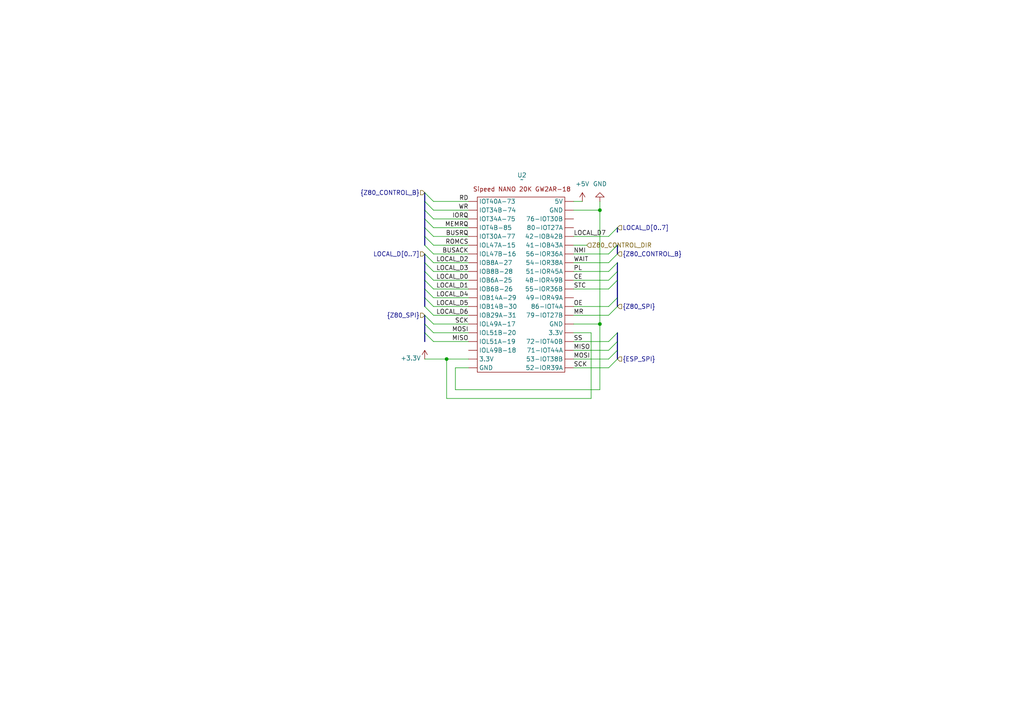
<source format=kicad_sch>
(kicad_sch
	(version 20231120)
	(generator "eeschema")
	(generator_version "8.0")
	(uuid "e2d30520-9e5a-4581-8b12-19287a1f16cf")
	(paper "A4")
	(lib_symbols
		(symbol "FujiNet 4.0:Sipeed_Nano_20K"
			(pin_numbers hide)
			(exclude_from_sim no)
			(in_bom yes)
			(on_board yes)
			(property "Reference" "U"
				(at 0 0 0)
				(effects
					(font
						(size 1.27 1.27)
					)
				)
			)
			(property "Value" ""
				(at 0 0 0)
				(effects
					(font
						(size 1.27 1.27)
					)
				)
			)
			(property "Footprint" "FujiNet 4.0:Sipeed Tang Nano 20k"
				(at 0 0 0)
				(effects
					(font
						(size 1.27 1.27)
					)
				)
			)
			(property "Datasheet" ""
				(at 0 0 0)
				(effects
					(font
						(size 1.27 1.27)
					)
					(hide yes)
				)
			)
			(property "Description" ""
				(at 0 0 0)
				(effects
					(font
						(size 1.27 1.27)
					)
					(hide yes)
				)
			)
			(symbol "Sipeed_Nano_20K_0_1"
				(rectangle
					(start -12.7 25.4)
					(end 12.7 -25.4)
					(stroke
						(width 0)
						(type default)
					)
					(fill
						(type none)
					)
				)
			)
			(symbol "Sipeed_Nano_20K_1_1"
				(text "Sipeed NANO 20K GW2AR-18"
					(at 0.254 27.686 0)
					(effects
						(font
							(size 1.27 1.27)
						)
					)
				)
				(pin power_in line
					(at 15.24 24.13 180)
					(length 2.54)
					(name "5V"
						(effects
							(font
								(size 1.27 1.27)
							)
						)
					)
					(number "1"
						(effects
							(font
								(size 1.27 1.27)
							)
						)
					)
				)
				(pin bidirectional line
					(at 15.24 1.27 180)
					(length 2.54)
					(name "48-IOR49B"
						(effects
							(font
								(size 1.27 1.27)
							)
						)
					)
					(number "10"
						(effects
							(font
								(size 1.27 1.27)
							)
						)
					)
				)
				(pin bidirectional line
					(at 15.24 -1.27 180)
					(length 2.54)
					(name "55-IOR36B"
						(effects
							(font
								(size 1.27 1.27)
							)
						)
					)
					(number "11"
						(effects
							(font
								(size 1.27 1.27)
							)
						)
					)
				)
				(pin bidirectional line
					(at 15.24 -3.81 180)
					(length 2.54)
					(name "49-IOR49A"
						(effects
							(font
								(size 1.27 1.27)
							)
						)
					)
					(number "12"
						(effects
							(font
								(size 1.27 1.27)
							)
						)
					)
				)
				(pin bidirectional line
					(at 15.24 -6.35 180)
					(length 2.54)
					(name "86-IOT4A"
						(effects
							(font
								(size 1.27 1.27)
							)
						)
					)
					(number "13"
						(effects
							(font
								(size 1.27 1.27)
							)
						)
					)
				)
				(pin bidirectional line
					(at 15.24 -8.89 180)
					(length 2.54)
					(name "79-IOT27B"
						(effects
							(font
								(size 1.27 1.27)
							)
						)
					)
					(number "14"
						(effects
							(font
								(size 1.27 1.27)
							)
						)
					)
				)
				(pin power_in line
					(at 15.24 -11.43 180)
					(length 2.54)
					(name "GND"
						(effects
							(font
								(size 1.27 1.27)
							)
						)
					)
					(number "15"
						(effects
							(font
								(size 1.27 1.27)
							)
						)
					)
				)
				(pin power_in line
					(at 15.24 -13.97 180)
					(length 2.54)
					(name "3.3V"
						(effects
							(font
								(size 1.27 1.27)
							)
						)
					)
					(number "16"
						(effects
							(font
								(size 1.27 1.27)
							)
						)
					)
				)
				(pin bidirectional line
					(at 15.24 -16.51 180)
					(length 2.54)
					(name "72-IOT40B"
						(effects
							(font
								(size 1.27 1.27)
							)
						)
					)
					(number "17"
						(effects
							(font
								(size 1.27 1.27)
							)
						)
					)
				)
				(pin bidirectional line
					(at 15.24 -19.05 180)
					(length 2.54)
					(name "71-IOT44A"
						(effects
							(font
								(size 1.27 1.27)
							)
						)
					)
					(number "18"
						(effects
							(font
								(size 1.27 1.27)
							)
						)
					)
				)
				(pin bidirectional line
					(at 15.24 -21.59 180)
					(length 2.54)
					(name "53-IOT38B"
						(effects
							(font
								(size 1.27 1.27)
							)
						)
					)
					(number "19"
						(effects
							(font
								(size 1.27 1.27)
							)
						)
					)
				)
				(pin power_in line
					(at 15.24 21.59 180)
					(length 2.54)
					(name "GND"
						(effects
							(font
								(size 1.27 1.27)
							)
						)
					)
					(number "2"
						(effects
							(font
								(size 1.27 1.27)
							)
						)
					)
				)
				(pin bidirectional line
					(at 15.24 -24.13 180)
					(length 2.54)
					(name "52-IOR39A"
						(effects
							(font
								(size 1.27 1.27)
							)
						)
					)
					(number "20"
						(effects
							(font
								(size 1.27 1.27)
							)
						)
					)
				)
				(pin power_in line
					(at -15.24 -24.13 0)
					(length 2.54)
					(name "GND"
						(effects
							(font
								(size 1.27 1.27)
							)
						)
					)
					(number "21"
						(effects
							(font
								(size 1.27 1.27)
							)
						)
					)
				)
				(pin power_in line
					(at -15.24 -21.59 0)
					(length 2.54)
					(name "3.3V"
						(effects
							(font
								(size 1.27 1.27)
							)
						)
					)
					(number "22"
						(effects
							(font
								(size 1.27 1.27)
							)
						)
					)
				)
				(pin bidirectional line
					(at -15.24 -19.05 0)
					(length 2.54)
					(name "IOL49B-18"
						(effects
							(font
								(size 1.27 1.27)
							)
						)
					)
					(number "23"
						(effects
							(font
								(size 1.27 1.27)
							)
						)
					)
				)
				(pin bidirectional line
					(at -15.24 -16.51 0)
					(length 2.54)
					(name "IOL51A-19"
						(effects
							(font
								(size 1.27 1.27)
							)
						)
					)
					(number "24"
						(effects
							(font
								(size 1.27 1.27)
							)
						)
					)
				)
				(pin bidirectional line
					(at -15.24 -13.97 0)
					(length 2.54)
					(name "IOL51B-20"
						(effects
							(font
								(size 1.27 1.27)
							)
						)
					)
					(number "25"
						(effects
							(font
								(size 1.27 1.27)
							)
						)
					)
				)
				(pin bidirectional line
					(at -15.24 -11.43 0)
					(length 2.54)
					(name "IOL49A-17"
						(effects
							(font
								(size 1.27 1.27)
							)
						)
					)
					(number "26"
						(effects
							(font
								(size 1.27 1.27)
							)
						)
					)
				)
				(pin bidirectional line
					(at -15.24 -8.89 0)
					(length 2.54)
					(name "IOB29A-31"
						(effects
							(font
								(size 1.27 1.27)
							)
						)
					)
					(number "27"
						(effects
							(font
								(size 1.27 1.27)
							)
						)
					)
				)
				(pin bidirectional line
					(at -15.24 -6.35 0)
					(length 2.54)
					(name "IOB14B-30"
						(effects
							(font
								(size 1.27 1.27)
							)
						)
					)
					(number "28"
						(effects
							(font
								(size 1.27 1.27)
							)
						)
					)
				)
				(pin bidirectional line
					(at -15.24 -3.81 0)
					(length 2.54)
					(name "IOB14A-29"
						(effects
							(font
								(size 1.27 1.27)
							)
						)
					)
					(number "29"
						(effects
							(font
								(size 1.27 1.27)
							)
						)
					)
				)
				(pin bidirectional line
					(at 15.24 19.05 180)
					(length 2.54)
					(name "76-IOT30B"
						(effects
							(font
								(size 1.27 1.27)
							)
						)
					)
					(number "3"
						(effects
							(font
								(size 1.27 1.27)
							)
						)
					)
				)
				(pin bidirectional line
					(at -15.24 -1.27 0)
					(length 2.54)
					(name "IOB6B-26"
						(effects
							(font
								(size 1.27 1.27)
							)
						)
					)
					(number "30"
						(effects
							(font
								(size 1.27 1.27)
							)
						)
					)
				)
				(pin bidirectional line
					(at -15.24 1.27 0)
					(length 2.54)
					(name "IOB6A-25"
						(effects
							(font
								(size 1.27 1.27)
							)
						)
					)
					(number "31"
						(effects
							(font
								(size 1.27 1.27)
							)
						)
					)
				)
				(pin bidirectional line
					(at -15.24 3.81 0)
					(length 2.54)
					(name "IOB8B-28"
						(effects
							(font
								(size 1.27 1.27)
							)
						)
					)
					(number "32"
						(effects
							(font
								(size 1.27 1.27)
							)
						)
					)
				)
				(pin bidirectional line
					(at -15.24 6.35 0)
					(length 2.54)
					(name "IOB8A-27"
						(effects
							(font
								(size 1.27 1.27)
							)
						)
					)
					(number "33"
						(effects
							(font
								(size 1.27 1.27)
							)
						)
					)
				)
				(pin bidirectional line
					(at -15.24 8.89 0)
					(length 2.54)
					(name "IOL47B-16"
						(effects
							(font
								(size 1.27 1.27)
							)
						)
					)
					(number "34"
						(effects
							(font
								(size 1.27 1.27)
							)
						)
					)
				)
				(pin bidirectional line
					(at -15.24 11.43 0)
					(length 2.54)
					(name "IOL47A-15"
						(effects
							(font
								(size 1.27 1.27)
							)
						)
					)
					(number "35"
						(effects
							(font
								(size 1.27 1.27)
							)
						)
					)
				)
				(pin bidirectional line
					(at -15.24 13.97 0)
					(length 2.54)
					(name "IOT30A-77"
						(effects
							(font
								(size 1.27 1.27)
							)
						)
					)
					(number "36"
						(effects
							(font
								(size 1.27 1.27)
							)
						)
					)
				)
				(pin bidirectional line
					(at -15.24 16.51 0)
					(length 2.54)
					(name "IOT4B-85"
						(effects
							(font
								(size 1.27 1.27)
							)
						)
					)
					(number "37"
						(effects
							(font
								(size 1.27 1.27)
							)
						)
					)
				)
				(pin bidirectional line
					(at -15.24 19.05 0)
					(length 2.54)
					(name "IOT34A-75"
						(effects
							(font
								(size 1.27 1.27)
							)
						)
					)
					(number "38"
						(effects
							(font
								(size 1.27 1.27)
							)
						)
					)
				)
				(pin bidirectional line
					(at -15.24 21.59 0)
					(length 2.54)
					(name "IOT34B-74"
						(effects
							(font
								(size 1.27 1.27)
							)
						)
					)
					(number "39"
						(effects
							(font
								(size 1.27 1.27)
							)
						)
					)
				)
				(pin bidirectional line
					(at 15.24 16.51 180)
					(length 2.54)
					(name "80-IOT27A"
						(effects
							(font
								(size 1.27 1.27)
							)
						)
					)
					(number "4"
						(effects
							(font
								(size 1.27 1.27)
							)
						)
					)
				)
				(pin bidirectional line
					(at -15.24 24.13 0)
					(length 2.54)
					(name "IOT40A-73"
						(effects
							(font
								(size 1.27 1.27)
							)
						)
					)
					(number "40"
						(effects
							(font
								(size 1.27 1.27)
							)
						)
					)
				)
				(pin bidirectional line
					(at 15.24 13.97 180)
					(length 2.54)
					(name "42-IOB42B"
						(effects
							(font
								(size 1.27 1.27)
							)
						)
					)
					(number "5"
						(effects
							(font
								(size 1.27 1.27)
							)
						)
					)
				)
				(pin bidirectional line
					(at 15.24 11.43 180)
					(length 2.54)
					(name "41-IOB43A"
						(effects
							(font
								(size 1.27 1.27)
							)
						)
					)
					(number "6"
						(effects
							(font
								(size 1.27 1.27)
							)
						)
					)
				)
				(pin bidirectional line
					(at 15.24 8.89 180)
					(length 2.54)
					(name "56-IOR36A"
						(effects
							(font
								(size 1.27 1.27)
							)
						)
					)
					(number "7"
						(effects
							(font
								(size 1.27 1.27)
							)
						)
					)
				)
				(pin bidirectional line
					(at 15.24 6.35 180)
					(length 2.54)
					(name "54-IOR38A"
						(effects
							(font
								(size 1.27 1.27)
							)
						)
					)
					(number "8"
						(effects
							(font
								(size 1.27 1.27)
							)
						)
					)
				)
				(pin bidirectional line
					(at 15.24 3.81 180)
					(length 2.54)
					(name "51-IOR45A"
						(effects
							(font
								(size 1.27 1.27)
							)
						)
					)
					(number "9"
						(effects
							(font
								(size 1.27 1.27)
							)
						)
					)
				)
			)
		)
		(symbol "power:+3.3V"
			(power)
			(pin_numbers hide)
			(pin_names
				(offset 0) hide)
			(exclude_from_sim no)
			(in_bom yes)
			(on_board yes)
			(property "Reference" "#PWR"
				(at 0 -3.81 0)
				(effects
					(font
						(size 1.27 1.27)
					)
					(hide yes)
				)
			)
			(property "Value" "+3.3V"
				(at 0 3.556 0)
				(effects
					(font
						(size 1.27 1.27)
					)
				)
			)
			(property "Footprint" ""
				(at 0 0 0)
				(effects
					(font
						(size 1.27 1.27)
					)
					(hide yes)
				)
			)
			(property "Datasheet" ""
				(at 0 0 0)
				(effects
					(font
						(size 1.27 1.27)
					)
					(hide yes)
				)
			)
			(property "Description" "Power symbol creates a global label with name \"+3.3V\""
				(at 0 0 0)
				(effects
					(font
						(size 1.27 1.27)
					)
					(hide yes)
				)
			)
			(property "ki_keywords" "global power"
				(at 0 0 0)
				(effects
					(font
						(size 1.27 1.27)
					)
					(hide yes)
				)
			)
			(symbol "+3.3V_0_1"
				(polyline
					(pts
						(xy -0.762 1.27) (xy 0 2.54)
					)
					(stroke
						(width 0)
						(type default)
					)
					(fill
						(type none)
					)
				)
				(polyline
					(pts
						(xy 0 0) (xy 0 2.54)
					)
					(stroke
						(width 0)
						(type default)
					)
					(fill
						(type none)
					)
				)
				(polyline
					(pts
						(xy 0 2.54) (xy 0.762 1.27)
					)
					(stroke
						(width 0)
						(type default)
					)
					(fill
						(type none)
					)
				)
			)
			(symbol "+3.3V_1_1"
				(pin power_in line
					(at 0 0 90)
					(length 0)
					(name "~"
						(effects
							(font
								(size 1.27 1.27)
							)
						)
					)
					(number "1"
						(effects
							(font
								(size 1.27 1.27)
							)
						)
					)
				)
			)
		)
		(symbol "power:+5V"
			(power)
			(pin_numbers hide)
			(pin_names
				(offset 0) hide)
			(exclude_from_sim no)
			(in_bom yes)
			(on_board yes)
			(property "Reference" "#PWR"
				(at 0 -3.81 0)
				(effects
					(font
						(size 1.27 1.27)
					)
					(hide yes)
				)
			)
			(property "Value" "+5V"
				(at 0 3.556 0)
				(effects
					(font
						(size 1.27 1.27)
					)
				)
			)
			(property "Footprint" ""
				(at 0 0 0)
				(effects
					(font
						(size 1.27 1.27)
					)
					(hide yes)
				)
			)
			(property "Datasheet" ""
				(at 0 0 0)
				(effects
					(font
						(size 1.27 1.27)
					)
					(hide yes)
				)
			)
			(property "Description" "Power symbol creates a global label with name \"+5V\""
				(at 0 0 0)
				(effects
					(font
						(size 1.27 1.27)
					)
					(hide yes)
				)
			)
			(property "ki_keywords" "global power"
				(at 0 0 0)
				(effects
					(font
						(size 1.27 1.27)
					)
					(hide yes)
				)
			)
			(symbol "+5V_0_1"
				(polyline
					(pts
						(xy -0.762 1.27) (xy 0 2.54)
					)
					(stroke
						(width 0)
						(type default)
					)
					(fill
						(type none)
					)
				)
				(polyline
					(pts
						(xy 0 0) (xy 0 2.54)
					)
					(stroke
						(width 0)
						(type default)
					)
					(fill
						(type none)
					)
				)
				(polyline
					(pts
						(xy 0 2.54) (xy 0.762 1.27)
					)
					(stroke
						(width 0)
						(type default)
					)
					(fill
						(type none)
					)
				)
			)
			(symbol "+5V_1_1"
				(pin power_in line
					(at 0 0 90)
					(length 0)
					(name "~"
						(effects
							(font
								(size 1.27 1.27)
							)
						)
					)
					(number "1"
						(effects
							(font
								(size 1.27 1.27)
							)
						)
					)
				)
			)
		)
		(symbol "power:GND"
			(power)
			(pin_numbers hide)
			(pin_names
				(offset 0) hide)
			(exclude_from_sim no)
			(in_bom yes)
			(on_board yes)
			(property "Reference" "#PWR"
				(at 0 -6.35 0)
				(effects
					(font
						(size 1.27 1.27)
					)
					(hide yes)
				)
			)
			(property "Value" "GND"
				(at 0 -3.81 0)
				(effects
					(font
						(size 1.27 1.27)
					)
				)
			)
			(property "Footprint" ""
				(at 0 0 0)
				(effects
					(font
						(size 1.27 1.27)
					)
					(hide yes)
				)
			)
			(property "Datasheet" ""
				(at 0 0 0)
				(effects
					(font
						(size 1.27 1.27)
					)
					(hide yes)
				)
			)
			(property "Description" "Power symbol creates a global label with name \"GND\" , ground"
				(at 0 0 0)
				(effects
					(font
						(size 1.27 1.27)
					)
					(hide yes)
				)
			)
			(property "ki_keywords" "global power"
				(at 0 0 0)
				(effects
					(font
						(size 1.27 1.27)
					)
					(hide yes)
				)
			)
			(symbol "GND_0_1"
				(polyline
					(pts
						(xy 0 0) (xy 0 -1.27) (xy 1.27 -1.27) (xy 0 -2.54) (xy -1.27 -1.27) (xy 0 -1.27)
					)
					(stroke
						(width 0)
						(type default)
					)
					(fill
						(type none)
					)
				)
			)
			(symbol "GND_1_1"
				(pin power_in line
					(at 0 0 270)
					(length 0)
					(name "~"
						(effects
							(font
								(size 1.27 1.27)
							)
						)
					)
					(number "1"
						(effects
							(font
								(size 1.27 1.27)
							)
						)
					)
				)
			)
		)
	)
	(junction
		(at 129.54 104.14)
		(diameter 0)
		(color 0 0 0 0)
		(uuid "1f6f59a4-be6a-4510-a443-d7e2772aff9d")
	)
	(junction
		(at 173.99 93.98)
		(diameter 0)
		(color 0 0 0 0)
		(uuid "604f4078-c838-4713-b407-72b5f87152a7")
	)
	(junction
		(at 173.99 60.96)
		(diameter 0)
		(color 0 0 0 0)
		(uuid "b4477a6f-e1dd-4baf-9f9f-319e0f368000")
	)
	(bus_entry
		(at 123.19 66.04)
		(size 2.54 2.54)
		(stroke
			(width 0)
			(type default)
		)
		(uuid "056e80b3-16dc-4d24-9255-8b5a6cbb5742")
	)
	(bus_entry
		(at 179.07 101.6)
		(size -2.54 2.54)
		(stroke
			(width 0)
			(type default)
		)
		(uuid "12c38e27-34ce-4cb8-8f9f-1da5ababff20")
	)
	(bus_entry
		(at 179.07 66.04)
		(size -2.54 2.54)
		(stroke
			(width 0)
			(type default)
		)
		(uuid "1392167a-362d-4fa2-9e09-14a9fb82f6be")
	)
	(bus_entry
		(at 179.07 96.52)
		(size -2.54 2.54)
		(stroke
			(width 0)
			(type default)
		)
		(uuid "17579096-0878-4c3b-8161-d8bdf351909e")
	)
	(bus_entry
		(at 179.07 81.28)
		(size -2.54 2.54)
		(stroke
			(width 0)
			(type default)
		)
		(uuid "18ee29dc-3eeb-4ade-9307-b54a2b6c5a98")
	)
	(bus_entry
		(at 123.19 76.2)
		(size 2.54 2.54)
		(stroke
			(width 0)
			(type default)
		)
		(uuid "19388c45-0d31-451c-b3dc-6bac8cf456cb")
	)
	(bus_entry
		(at 179.07 88.9)
		(size -2.54 2.54)
		(stroke
			(width 0)
			(type default)
		)
		(uuid "2351edd5-f494-4b70-a559-a113a8f826ff")
	)
	(bus_entry
		(at 179.07 86.36)
		(size -2.54 2.54)
		(stroke
			(width 0)
			(type default)
		)
		(uuid "26da913a-ed75-4252-bd33-49e7bcf85170")
	)
	(bus_entry
		(at 123.19 55.88)
		(size 2.54 2.54)
		(stroke
			(width 0)
			(type default)
		)
		(uuid "3e02dd33-b917-4eea-aacb-539a66eb8543")
	)
	(bus_entry
		(at 123.19 71.12)
		(size 2.54 2.54)
		(stroke
			(width 0)
			(type default)
		)
		(uuid "5e8ae89e-71eb-450a-b54d-5e3522fd1cf4")
	)
	(bus_entry
		(at 123.19 93.98)
		(size 2.54 2.54)
		(stroke
			(width 0)
			(type default)
		)
		(uuid "97709563-3623-40fc-9d6f-0c0277bd8979")
	)
	(bus_entry
		(at 123.19 96.52)
		(size 2.54 2.54)
		(stroke
			(width 0)
			(type default)
		)
		(uuid "a71eca89-9a66-4071-84f8-1a2263db0259")
	)
	(bus_entry
		(at 179.07 76.2)
		(size -2.54 2.54)
		(stroke
			(width 0)
			(type default)
		)
		(uuid "aacf1881-5362-4bb9-894e-b6db2de01dcb")
	)
	(bus_entry
		(at 123.19 88.9)
		(size 2.54 2.54)
		(stroke
			(width 0)
			(type default)
		)
		(uuid "b50a5f75-5107-401e-b8c5-d9afa28af6fb")
	)
	(bus_entry
		(at 179.07 78.74)
		(size -2.54 2.54)
		(stroke
			(width 0)
			(type default)
		)
		(uuid "b6f76e77-c3bd-48d1-b150-519e37735331")
	)
	(bus_entry
		(at 123.19 83.82)
		(size 2.54 2.54)
		(stroke
			(width 0)
			(type default)
		)
		(uuid "ba41d40a-f4e5-44b5-9c80-a3091d403853")
	)
	(bus_entry
		(at 123.19 86.36)
		(size 2.54 2.54)
		(stroke
			(width 0)
			(type default)
		)
		(uuid "bd8a2a5f-718f-4f33-aba3-a70b8ca4eb83")
	)
	(bus_entry
		(at 123.19 73.66)
		(size 2.54 2.54)
		(stroke
			(width 0)
			(type default)
		)
		(uuid "be27090d-5b16-4e88-9d58-9545632aa435")
	)
	(bus_entry
		(at 123.19 60.96)
		(size 2.54 2.54)
		(stroke
			(width 0)
			(type default)
		)
		(uuid "c979080c-b95c-438b-9e95-51b0e4fbd659")
	)
	(bus_entry
		(at 179.07 99.06)
		(size -2.54 2.54)
		(stroke
			(width 0)
			(type default)
		)
		(uuid "cdc05998-5815-46af-93f0-c8e543ed2204")
	)
	(bus_entry
		(at 179.07 73.66)
		(size -2.54 2.54)
		(stroke
			(width 0)
			(type default)
		)
		(uuid "d8f86b5d-82bc-4f84-8194-2d58cc06233c")
	)
	(bus_entry
		(at 123.19 91.44)
		(size 2.54 2.54)
		(stroke
			(width 0)
			(type default)
		)
		(uuid "dd71361d-9733-4c32-859d-fb7e77643f78")
	)
	(bus_entry
		(at 123.19 58.42)
		(size 2.54 2.54)
		(stroke
			(width 0)
			(type default)
		)
		(uuid "e555ef28-020f-4269-94d6-f16cee731d31")
	)
	(bus_entry
		(at 123.19 68.58)
		(size 2.54 2.54)
		(stroke
			(width 0)
			(type default)
		)
		(uuid "e5c15805-1466-48be-a41e-6d3be72cb271")
	)
	(bus_entry
		(at 179.07 104.14)
		(size -2.54 2.54)
		(stroke
			(width 0)
			(type default)
		)
		(uuid "e6ab90ae-4b0d-43bd-9e28-6387317cb956")
	)
	(bus_entry
		(at 123.19 81.28)
		(size 2.54 2.54)
		(stroke
			(width 0)
			(type default)
		)
		(uuid "e8af9d2f-fe26-4f4b-bc89-3c354b5ec0e1")
	)
	(bus_entry
		(at 179.07 71.12)
		(size -2.54 2.54)
		(stroke
			(width 0)
			(type default)
		)
		(uuid "f20a8f40-bd41-479f-9b39-97ad3461d62d")
	)
	(bus_entry
		(at 123.19 63.5)
		(size 2.54 2.54)
		(stroke
			(width 0)
			(type default)
		)
		(uuid "f57d4ce9-e10f-4f52-abb6-224f98e5c531")
	)
	(bus_entry
		(at 123.19 78.74)
		(size 2.54 2.54)
		(stroke
			(width 0)
			(type default)
		)
		(uuid "fb150275-8b2b-48f7-9207-458e5a9c6fec")
	)
	(wire
		(pts
			(xy 166.37 101.6) (xy 176.53 101.6)
		)
		(stroke
			(width 0)
			(type default)
		)
		(uuid "02105a44-9a98-4d4e-9186-ef2b2b79dbd2")
	)
	(wire
		(pts
			(xy 123.19 104.14) (xy 129.54 104.14)
		)
		(stroke
			(width 0)
			(type default)
		)
		(uuid "04521782-52df-4ac9-a5c3-59de20c4523b")
	)
	(wire
		(pts
			(xy 166.37 81.28) (xy 176.53 81.28)
		)
		(stroke
			(width 0)
			(type default)
		)
		(uuid "0798c203-9a89-4fe2-82df-97af672d0906")
	)
	(bus
		(pts
			(xy 179.07 96.52) (xy 179.07 99.06)
		)
		(stroke
			(width 0)
			(type default)
		)
		(uuid "0886576d-f236-443d-bbd2-ca43f71bc92f")
	)
	(wire
		(pts
			(xy 125.73 76.2) (xy 135.89 76.2)
		)
		(stroke
			(width 0)
			(type default)
		)
		(uuid "1195c35b-799b-413e-b2ea-b2581746a30c")
	)
	(bus
		(pts
			(xy 179.07 101.6) (xy 179.07 104.14)
		)
		(stroke
			(width 0)
			(type default)
		)
		(uuid "15707f9a-6e4e-43ae-8ea8-1e4164b86801")
	)
	(wire
		(pts
			(xy 166.37 93.98) (xy 173.99 93.98)
		)
		(stroke
			(width 0)
			(type default)
		)
		(uuid "18eeb668-03a4-4dcd-971d-eaae4a4fb886")
	)
	(wire
		(pts
			(xy 125.73 60.96) (xy 135.89 60.96)
		)
		(stroke
			(width 0)
			(type default)
		)
		(uuid "19151737-0315-42df-ba72-fdbe65fb7258")
	)
	(wire
		(pts
			(xy 166.37 96.52) (xy 171.45 96.52)
		)
		(stroke
			(width 0)
			(type default)
		)
		(uuid "1d04619d-27e4-46b1-83ef-9749e0c65a8a")
	)
	(bus
		(pts
			(xy 179.07 86.36) (xy 179.07 88.9)
		)
		(stroke
			(width 0)
			(type default)
		)
		(uuid "1de26091-a180-4f60-b632-82a4527709f9")
	)
	(wire
		(pts
			(xy 166.37 76.2) (xy 176.53 76.2)
		)
		(stroke
			(width 0)
			(type default)
		)
		(uuid "20bf8f93-9379-43af-8f9f-ce31e8151a06")
	)
	(wire
		(pts
			(xy 166.37 104.14) (xy 176.53 104.14)
		)
		(stroke
			(width 0)
			(type default)
		)
		(uuid "245c329c-ee03-41a9-a234-a8a4df9b48e3")
	)
	(bus
		(pts
			(xy 123.19 55.88) (xy 123.19 58.42)
		)
		(stroke
			(width 0)
			(type default)
		)
		(uuid "25ef43f6-efdb-49a9-aab3-d9888480d07c")
	)
	(wire
		(pts
			(xy 132.08 106.68) (xy 132.08 113.03)
		)
		(stroke
			(width 0)
			(type default)
		)
		(uuid "29548466-ec65-4012-bd6f-8cc60b87c3ad")
	)
	(bus
		(pts
			(xy 179.07 78.74) (xy 179.07 81.28)
		)
		(stroke
			(width 0)
			(type default)
		)
		(uuid "2e7a2a2c-2347-48ea-893e-289be56d2b80")
	)
	(wire
		(pts
			(xy 173.99 60.96) (xy 173.99 58.42)
		)
		(stroke
			(width 0)
			(type default)
		)
		(uuid "2f77e54a-4435-4bee-b2bf-de35938e1ae4")
	)
	(bus
		(pts
			(xy 179.07 66.04) (xy 179.07 67.31)
		)
		(stroke
			(width 0)
			(type default)
		)
		(uuid "3195f76b-a967-42b3-8906-ccd3bb09cd37")
	)
	(wire
		(pts
			(xy 173.99 113.03) (xy 173.99 93.98)
		)
		(stroke
			(width 0)
			(type default)
		)
		(uuid "364c69eb-7091-40bd-be09-bc8f2c2c0f32")
	)
	(wire
		(pts
			(xy 166.37 71.12) (xy 170.18 71.12)
		)
		(stroke
			(width 0)
			(type default)
		)
		(uuid "36bf72a8-4651-49c7-84e9-ec84fb49c9af")
	)
	(bus
		(pts
			(xy 123.19 81.28) (xy 123.19 83.82)
		)
		(stroke
			(width 0)
			(type default)
		)
		(uuid "45702527-88b1-4a1f-935a-23fd5b75f2cf")
	)
	(wire
		(pts
			(xy 171.45 96.52) (xy 171.45 115.57)
		)
		(stroke
			(width 0)
			(type default)
		)
		(uuid "4f168088-ba1a-4060-8a27-4b5a1db960a4")
	)
	(bus
		(pts
			(xy 179.07 76.2) (xy 179.07 78.74)
		)
		(stroke
			(width 0)
			(type default)
		)
		(uuid "4f8e8b9d-4484-4d55-b3d0-5bd650c1a43c")
	)
	(wire
		(pts
			(xy 166.37 91.44) (xy 176.53 91.44)
		)
		(stroke
			(width 0)
			(type default)
		)
		(uuid "538df8ad-3a56-4503-9a81-eefba8fbbd0c")
	)
	(wire
		(pts
			(xy 129.54 115.57) (xy 129.54 104.14)
		)
		(stroke
			(width 0)
			(type default)
		)
		(uuid "5a7fa468-6c9e-426b-bfae-62f6cc10ff18")
	)
	(wire
		(pts
			(xy 125.73 99.06) (xy 135.89 99.06)
		)
		(stroke
			(width 0)
			(type default)
		)
		(uuid "5c7131f8-ae5e-4062-8597-0d8cdf5fb848")
	)
	(wire
		(pts
			(xy 166.37 58.42) (xy 168.91 58.42)
		)
		(stroke
			(width 0)
			(type default)
		)
		(uuid "5e45fb81-06e8-45f7-a415-c12054f7656a")
	)
	(wire
		(pts
			(xy 166.37 83.82) (xy 176.53 83.82)
		)
		(stroke
			(width 0)
			(type default)
		)
		(uuid "642b5aee-aa70-447d-89da-cc86f42b27d9")
	)
	(bus
		(pts
			(xy 123.19 91.44) (xy 123.19 93.98)
		)
		(stroke
			(width 0)
			(type default)
		)
		(uuid "65cd909b-f345-4a85-a24f-1d1f4a6e13e3")
	)
	(wire
		(pts
			(xy 125.73 68.58) (xy 135.89 68.58)
		)
		(stroke
			(width 0)
			(type default)
		)
		(uuid "68c2da8a-719e-4038-93f6-34249a98f203")
	)
	(bus
		(pts
			(xy 123.19 60.96) (xy 123.19 63.5)
		)
		(stroke
			(width 0)
			(type default)
		)
		(uuid "6b970d6b-8dc6-4220-afbe-867fb803b24c")
	)
	(wire
		(pts
			(xy 125.73 66.04) (xy 135.89 66.04)
		)
		(stroke
			(width 0)
			(type default)
		)
		(uuid "6df87f36-4f53-410f-8d16-75f2f53aa4e6")
	)
	(bus
		(pts
			(xy 123.19 96.52) (xy 123.19 99.06)
		)
		(stroke
			(width 0)
			(type default)
		)
		(uuid "72afc3e0-57e1-42bc-9e18-4a0bfbd01d2b")
	)
	(bus
		(pts
			(xy 123.19 93.98) (xy 123.19 96.52)
		)
		(stroke
			(width 0)
			(type default)
		)
		(uuid "73823964-3c35-4591-84b4-b6a3ce1a0ede")
	)
	(wire
		(pts
			(xy 125.73 96.52) (xy 135.89 96.52)
		)
		(stroke
			(width 0)
			(type default)
		)
		(uuid "75c62a59-1f3c-4735-b324-32437a01180d")
	)
	(bus
		(pts
			(xy 123.19 86.36) (xy 123.19 88.9)
		)
		(stroke
			(width 0)
			(type default)
		)
		(uuid "7d827685-06ea-4370-a5bb-a63d66327407")
	)
	(wire
		(pts
			(xy 125.73 73.66) (xy 135.89 73.66)
		)
		(stroke
			(width 0)
			(type default)
		)
		(uuid "85f1d7ba-4a1e-495f-816c-347c8ba8090c")
	)
	(wire
		(pts
			(xy 125.73 86.36) (xy 135.89 86.36)
		)
		(stroke
			(width 0)
			(type default)
		)
		(uuid "8f38ec24-74ad-40b2-9481-e50522f029a1")
	)
	(wire
		(pts
			(xy 173.99 93.98) (xy 173.99 60.96)
		)
		(stroke
			(width 0)
			(type default)
		)
		(uuid "91da3393-3fd1-4d45-b497-06b69fb4298e")
	)
	(wire
		(pts
			(xy 125.73 63.5) (xy 135.89 63.5)
		)
		(stroke
			(width 0)
			(type default)
		)
		(uuid "961184da-51e6-4e4f-9cfc-d97bf66ed3bb")
	)
	(bus
		(pts
			(xy 123.19 78.74) (xy 123.19 81.28)
		)
		(stroke
			(width 0)
			(type default)
		)
		(uuid "9669f7f2-76d9-4ddc-a6fb-d04b66865b38")
	)
	(bus
		(pts
			(xy 123.19 66.04) (xy 123.19 68.58)
		)
		(stroke
			(width 0)
			(type default)
		)
		(uuid "9d6da6d3-2129-4deb-a8a7-b4faa3843dd3")
	)
	(bus
		(pts
			(xy 123.19 73.66) (xy 123.19 76.2)
		)
		(stroke
			(width 0)
			(type default)
		)
		(uuid "a05db7ca-5584-4996-826d-234119daa2c5")
	)
	(wire
		(pts
			(xy 125.73 88.9) (xy 135.89 88.9)
		)
		(stroke
			(width 0)
			(type default)
		)
		(uuid "a29b43c8-860e-47c6-a1ee-79a65befd7b9")
	)
	(wire
		(pts
			(xy 176.53 99.06) (xy 166.37 99.06)
		)
		(stroke
			(width 0)
			(type default)
		)
		(uuid "a78e4c12-c5f5-47be-85de-76fba7ad70aa")
	)
	(wire
		(pts
			(xy 125.73 71.12) (xy 135.89 71.12)
		)
		(stroke
			(width 0)
			(type default)
		)
		(uuid "a7915bad-5b2e-4a2b-b71c-6bf8512a4ed0")
	)
	(bus
		(pts
			(xy 179.07 81.28) (xy 179.07 86.36)
		)
		(stroke
			(width 0)
			(type default)
		)
		(uuid "a90a7050-a710-4fd0-bd86-bc20d11a2b36")
	)
	(wire
		(pts
			(xy 125.73 78.74) (xy 135.89 78.74)
		)
		(stroke
			(width 0)
			(type default)
		)
		(uuid "ab13e226-7cba-4018-b3e3-fd3be266fc7f")
	)
	(bus
		(pts
			(xy 123.19 58.42) (xy 123.19 60.96)
		)
		(stroke
			(width 0)
			(type default)
		)
		(uuid "ad0cc290-5402-48a6-b48e-420607dbd3eb")
	)
	(wire
		(pts
			(xy 125.73 81.28) (xy 135.89 81.28)
		)
		(stroke
			(width 0)
			(type default)
		)
		(uuid "b1d4d165-0a2c-4728-bf8c-e38ab46139bd")
	)
	(wire
		(pts
			(xy 125.73 91.44) (xy 135.89 91.44)
		)
		(stroke
			(width 0)
			(type default)
		)
		(uuid "ba15a3f2-692a-4a9f-8334-afdf18d43cb2")
	)
	(wire
		(pts
			(xy 125.73 83.82) (xy 135.89 83.82)
		)
		(stroke
			(width 0)
			(type default)
		)
		(uuid "bdd555a8-47bd-4aee-90ec-b5b13398590d")
	)
	(wire
		(pts
			(xy 166.37 68.58) (xy 176.53 68.58)
		)
		(stroke
			(width 0)
			(type default)
		)
		(uuid "c0586f89-d101-43f8-bd0c-bf9177599d7a")
	)
	(bus
		(pts
			(xy 123.19 83.82) (xy 123.19 86.36)
		)
		(stroke
			(width 0)
			(type default)
		)
		(uuid "c7416419-f7b4-42eb-b7de-9ad33f095454")
	)
	(wire
		(pts
			(xy 166.37 88.9) (xy 176.53 88.9)
		)
		(stroke
			(width 0)
			(type default)
		)
		(uuid "d57a65ce-5ce4-481f-abec-e1b97518b965")
	)
	(wire
		(pts
			(xy 129.54 104.14) (xy 135.89 104.14)
		)
		(stroke
			(width 0)
			(type default)
		)
		(uuid "d868ed95-19ec-4ed2-a763-7fc37c801e5d")
	)
	(bus
		(pts
			(xy 123.19 76.2) (xy 123.19 78.74)
		)
		(stroke
			(width 0)
			(type default)
		)
		(uuid "d941832c-2ea0-4e92-8d74-59e2ddb5e32f")
	)
	(wire
		(pts
			(xy 171.45 115.57) (xy 129.54 115.57)
		)
		(stroke
			(width 0)
			(type default)
		)
		(uuid "df7d72e7-1178-4bc3-aaed-6359bf539cdb")
	)
	(bus
		(pts
			(xy 123.19 68.58) (xy 123.19 71.12)
		)
		(stroke
			(width 0)
			(type default)
		)
		(uuid "dfabc985-2efe-4a7c-b932-ff337f50392e")
	)
	(wire
		(pts
			(xy 166.37 73.66) (xy 176.53 73.66)
		)
		(stroke
			(width 0)
			(type default)
		)
		(uuid "e195b685-f2a2-4723-bc27-c829dea29de0")
	)
	(bus
		(pts
			(xy 179.07 71.12) (xy 179.07 73.66)
		)
		(stroke
			(width 0)
			(type default)
		)
		(uuid "e2c706da-9b5b-439d-8a4e-d929027e0c6a")
	)
	(wire
		(pts
			(xy 135.89 106.68) (xy 132.08 106.68)
		)
		(stroke
			(width 0)
			(type default)
		)
		(uuid "e626f9f8-2df4-40f1-ac25-ecfec8cc67f2")
	)
	(wire
		(pts
			(xy 166.37 78.74) (xy 176.53 78.74)
		)
		(stroke
			(width 0)
			(type default)
		)
		(uuid "e722ee56-0004-4c47-b53b-8e8109c19590")
	)
	(wire
		(pts
			(xy 166.37 60.96) (xy 173.99 60.96)
		)
		(stroke
			(width 0)
			(type default)
		)
		(uuid "ea1fc463-6726-40cf-8b42-d3df0deddcd0")
	)
	(wire
		(pts
			(xy 166.37 106.68) (xy 176.53 106.68)
		)
		(stroke
			(width 0)
			(type default)
		)
		(uuid "f2ba6e03-6f3f-404a-bdf2-e4b77c3c7fd6")
	)
	(wire
		(pts
			(xy 125.73 93.98) (xy 135.89 93.98)
		)
		(stroke
			(width 0)
			(type default)
		)
		(uuid "fb6288bc-d718-43e3-9270-5770a5279c71")
	)
	(bus
		(pts
			(xy 123.19 63.5) (xy 123.19 66.04)
		)
		(stroke
			(width 0)
			(type default)
		)
		(uuid "fc5fe75f-6819-49cc-b5f3-59ef1303e1ca")
	)
	(wire
		(pts
			(xy 125.73 58.42) (xy 135.89 58.42)
		)
		(stroke
			(width 0)
			(type default)
		)
		(uuid "fc81bc5e-20ec-4a2c-a630-07db039edc8b")
	)
	(bus
		(pts
			(xy 179.07 99.06) (xy 179.07 101.6)
		)
		(stroke
			(width 0)
			(type default)
		)
		(uuid "fcffb250-89f6-433c-bb9b-24472414a192")
	)
	(wire
		(pts
			(xy 132.08 113.03) (xy 173.99 113.03)
		)
		(stroke
			(width 0)
			(type default)
		)
		(uuid "ff07e054-f824-4868-a7ac-802367c7719f")
	)
	(label "RD"
		(at 135.89 58.42 180)
		(fields_autoplaced yes)
		(effects
			(font
				(size 1.27 1.27)
			)
			(justify right bottom)
		)
		(uuid "0067c090-7eb7-40f2-be37-c33179ca14f3")
	)
	(label "LOCAL_D4"
		(at 135.89 86.36 180)
		(fields_autoplaced yes)
		(effects
			(font
				(size 1.27 1.27)
			)
			(justify right bottom)
		)
		(uuid "0c94d5c4-bcda-4961-81bc-aba370771cae")
	)
	(label "BUSRQ"
		(at 135.89 68.58 180)
		(fields_autoplaced yes)
		(effects
			(font
				(size 1.27 1.27)
			)
			(justify right bottom)
		)
		(uuid "130ac36a-98a3-4a56-baf1-3e65796c29f3")
	)
	(label "SS"
		(at 166.37 99.06 0)
		(fields_autoplaced yes)
		(effects
			(font
				(size 1.27 1.27)
			)
			(justify left bottom)
		)
		(uuid "1ce198f3-17ca-4c8b-9a5b-d3c94ea9294d")
	)
	(label "LOCAL_D7"
		(at 166.37 68.58 0)
		(fields_autoplaced yes)
		(effects
			(font
				(size 1.27 1.27)
			)
			(justify left bottom)
		)
		(uuid "2438af1f-d268-4ef5-ac52-24bb91b50083")
	)
	(label "MISO"
		(at 135.89 99.06 180)
		(fields_autoplaced yes)
		(effects
			(font
				(size 1.27 1.27)
			)
			(justify right bottom)
		)
		(uuid "2c822fe3-36d6-418b-8bd6-5bde253269cf")
	)
	(label "OE"
		(at 166.37 88.9 0)
		(fields_autoplaced yes)
		(effects
			(font
				(size 1.27 1.27)
			)
			(justify left bottom)
		)
		(uuid "2ebf53f1-3484-40a9-823e-64cdeea45b11")
	)
	(label "MISO"
		(at 166.37 101.6 0)
		(fields_autoplaced yes)
		(effects
			(font
				(size 1.27 1.27)
			)
			(justify left bottom)
		)
		(uuid "345e3f6a-43db-4004-8202-91247d9f4592")
	)
	(label "BUSACK"
		(at 135.89 73.66 180)
		(fields_autoplaced yes)
		(effects
			(font
				(size 1.27 1.27)
			)
			(justify right bottom)
		)
		(uuid "3a94b1f4-3374-4bb8-bd01-a2312063515a")
	)
	(label "LOCAL_D2"
		(at 135.89 76.2 180)
		(fields_autoplaced yes)
		(effects
			(font
				(size 1.27 1.27)
			)
			(justify right bottom)
		)
		(uuid "4396eecb-d8cb-4e6a-8350-c67923f1fab6")
	)
	(label "MOSI"
		(at 166.37 104.14 0)
		(fields_autoplaced yes)
		(effects
			(font
				(size 1.27 1.27)
			)
			(justify left bottom)
		)
		(uuid "512510d6-321e-4eac-bec4-fcca53ec1097")
	)
	(label "WR"
		(at 135.89 60.96 180)
		(fields_autoplaced yes)
		(effects
			(font
				(size 1.27 1.27)
			)
			(justify right bottom)
		)
		(uuid "5b2b8cad-dfcc-4635-ac64-b4b609f9b6f6")
	)
	(label "LOCAL_D1"
		(at 135.89 83.82 180)
		(fields_autoplaced yes)
		(effects
			(font
				(size 1.27 1.27)
			)
			(justify right bottom)
		)
		(uuid "5ee49d1b-3047-4a4d-a822-b3306636e7ec")
	)
	(label "SCK"
		(at 135.89 93.98 180)
		(fields_autoplaced yes)
		(effects
			(font
				(size 1.27 1.27)
			)
			(justify right bottom)
		)
		(uuid "638049cb-2738-4f62-b27b-ffdeaeac9119")
	)
	(label "ROMCS"
		(at 135.89 71.12 180)
		(fields_autoplaced yes)
		(effects
			(font
				(size 1.27 1.27)
			)
			(justify right bottom)
		)
		(uuid "6383816a-4981-4222-8599-84a27affdcc2")
	)
	(label "STC"
		(at 166.37 83.82 0)
		(fields_autoplaced yes)
		(effects
			(font
				(size 1.27 1.27)
			)
			(justify left bottom)
		)
		(uuid "6391f04d-e470-4077-b862-e950477823cc")
	)
	(label "IORQ"
		(at 135.89 63.5 180)
		(fields_autoplaced yes)
		(effects
			(font
				(size 1.27 1.27)
			)
			(justify right bottom)
		)
		(uuid "6de90392-d0b4-4b5f-a86c-b4f0e12fb54f")
	)
	(label "CE"
		(at 166.37 81.28 0)
		(fields_autoplaced yes)
		(effects
			(font
				(size 1.27 1.27)
			)
			(justify left bottom)
		)
		(uuid "85f344ed-6d28-42d3-8c26-028a0708f05a")
	)
	(label "LOCAL_D3"
		(at 135.89 78.74 180)
		(fields_autoplaced yes)
		(effects
			(font
				(size 1.27 1.27)
			)
			(justify right bottom)
		)
		(uuid "8626b1a8-9851-44f6-96a9-c739640f865e")
	)
	(label "LOCAL_D0"
		(at 135.89 81.28 180)
		(fields_autoplaced yes)
		(effects
			(font
				(size 1.27 1.27)
			)
			(justify right bottom)
		)
		(uuid "918fe3db-867e-42dc-afa8-847fc76b9f5b")
	)
	(label "MEMRQ"
		(at 135.89 66.04 180)
		(fields_autoplaced yes)
		(effects
			(font
				(size 1.27 1.27)
			)
			(justify right bottom)
		)
		(uuid "a50e952f-8c6c-4a94-afaa-02315efadbb7")
	)
	(label "LOCAL_D6"
		(at 135.89 91.44 180)
		(fields_autoplaced yes)
		(effects
			(font
				(size 1.27 1.27)
			)
			(justify right bottom)
		)
		(uuid "a59783e8-663e-44ec-a492-1413b5591f9a")
	)
	(label "NMI"
		(at 166.37 73.66 0)
		(effects
			(font
				(size 1.27 1.27)
			)
			(justify left bottom)
		)
		(uuid "a7d073b9-b031-472e-ae7d-a9e16ba4cee7")
	)
	(label "MR"
		(at 166.37 91.44 0)
		(fields_autoplaced yes)
		(effects
			(font
				(size 1.27 1.27)
			)
			(justify left bottom)
		)
		(uuid "b3bc12b8-da3d-498a-a457-ac03589eb9e4")
	)
	(label "MOSI"
		(at 135.89 96.52 180)
		(fields_autoplaced yes)
		(effects
			(font
				(size 1.27 1.27)
			)
			(justify right bottom)
		)
		(uuid "c006a6c7-7c2c-46e3-9899-a83286d78f54")
	)
	(label "PL"
		(at 166.37 78.74 0)
		(fields_autoplaced yes)
		(effects
			(font
				(size 1.27 1.27)
			)
			(justify left bottom)
		)
		(uuid "d04c7364-3260-4ecc-b2dc-7535faf96f75")
	)
	(label "LOCAL_D5"
		(at 135.89 88.9 180)
		(fields_autoplaced yes)
		(effects
			(font
				(size 1.27 1.27)
			)
			(justify right bottom)
		)
		(uuid "dcb36fff-d2e5-4af5-85f8-44efdae033e8")
	)
	(label "WAIT"
		(at 166.37 76.2 0)
		(effects
			(font
				(size 1.27 1.27)
			)
			(justify left bottom)
		)
		(uuid "e8d4f214-7133-4bf2-bde4-fd5f4087423a")
	)
	(label "SCK"
		(at 166.37 106.68 0)
		(fields_autoplaced yes)
		(effects
			(font
				(size 1.27 1.27)
			)
			(justify left bottom)
		)
		(uuid "fc16208f-b2e1-4e41-a1f6-b2d3e7921b8f")
	)
	(hierarchical_label "{ESP_SPI}"
		(shape input)
		(at 179.07 104.14 0)
		(fields_autoplaced yes)
		(effects
			(font
				(size 1.27 1.27)
			)
			(justify left)
		)
		(uuid "23cecc54-a0e0-4079-9ed6-33d87237fcdb")
	)
	(hierarchical_label "Z80_CONTROL_DIR"
		(shape input)
		(at 170.18 71.12 0)
		(fields_autoplaced yes)
		(effects
			(font
				(size 1.27 1.27)
			)
			(justify left)
		)
		(uuid "503dee74-5538-4576-aaef-7ff9b7ee828e")
	)
	(hierarchical_label "{Z80_CONTROL_B}"
		(shape input)
		(at 179.07 73.66 0)
		(fields_autoplaced yes)
		(effects
			(font
				(size 1.27 1.27)
			)
			(justify left)
		)
		(uuid "7b7ad622-f417-4346-92e6-92371085858f")
	)
	(hierarchical_label "{Z80_SPI}"
		(shape input)
		(at 123.19 91.44 180)
		(fields_autoplaced yes)
		(effects
			(font
				(size 1.27 1.27)
			)
			(justify right)
		)
		(uuid "a29148dd-a423-4386-b84e-44e846478dc8")
	)
	(hierarchical_label "{Z80_SPI}"
		(shape input)
		(at 179.07 88.9 0)
		(fields_autoplaced yes)
		(effects
			(font
				(size 1.27 1.27)
			)
			(justify left)
		)
		(uuid "adbf097b-ccfc-45df-9202-2e0feb929811")
	)
	(hierarchical_label "{Z80_CONTROL_B}"
		(shape input)
		(at 123.19 55.88 180)
		(fields_autoplaced yes)
		(effects
			(font
				(size 1.27 1.27)
			)
			(justify right)
		)
		(uuid "b8f170c0-34b2-47d7-a4ba-d2ebf44b5ac6")
	)
	(hierarchical_label "LOCAL_D[0..7]"
		(shape input)
		(at 123.19 73.66 180)
		(fields_autoplaced yes)
		(effects
			(font
				(size 1.27 1.27)
			)
			(justify right)
		)
		(uuid "c5b85659-faa1-4f70-9721-084caa9384b9")
	)
	(hierarchical_label "LOCAL_D[0..7]"
		(shape input)
		(at 179.07 66.04 0)
		(fields_autoplaced yes)
		(effects
			(font
				(size 1.27 1.27)
			)
			(justify left)
		)
		(uuid "e8e6b194-a2a0-4b2a-9b46-5e206d84b3cf")
	)
	(symbol
		(lib_id "power:+3.3V")
		(at 123.19 104.14 0)
		(unit 1)
		(exclude_from_sim no)
		(in_bom yes)
		(on_board yes)
		(dnp no)
		(uuid "009a4b1f-cefc-4245-bb7e-4168f10c09f4")
		(property "Reference" "#PWR016"
			(at 123.19 107.95 0)
			(effects
				(font
					(size 1.27 1.27)
				)
				(hide yes)
			)
		)
		(property "Value" "+3.3V"
			(at 119.126 103.886 0)
			(effects
				(font
					(size 1.27 1.27)
				)
			)
		)
		(property "Footprint" ""
			(at 123.19 104.14 0)
			(effects
				(font
					(size 1.27 1.27)
				)
				(hide yes)
			)
		)
		(property "Datasheet" ""
			(at 123.19 104.14 0)
			(effects
				(font
					(size 1.27 1.27)
				)
				(hide yes)
			)
		)
		(property "Description" "Power symbol creates a global label with name \"+3.3V\""
			(at 123.19 104.14 0)
			(effects
				(font
					(size 1.27 1.27)
				)
				(hide yes)
			)
		)
		(pin "1"
			(uuid "8f5fec71-e76f-45fb-82ff-b16156611364")
		)
		(instances
			(project "FujiNet 4.0"
				(path "/3f4c9c6f-2a2f-4b07-95a4-300eafec0cc9/b1fc653d-53e5-4026-a1f1-1de1c7ce3f12"
					(reference "#PWR016")
					(unit 1)
				)
			)
		)
	)
	(symbol
		(lib_id "power:+5V")
		(at 168.91 58.42 0)
		(unit 1)
		(exclude_from_sim no)
		(in_bom yes)
		(on_board yes)
		(dnp no)
		(fields_autoplaced yes)
		(uuid "0a6ea0b2-0b01-48fa-a397-7198c7a8a256")
		(property "Reference" "#PWR028"
			(at 168.91 62.23 0)
			(effects
				(font
					(size 1.27 1.27)
				)
				(hide yes)
			)
		)
		(property "Value" "+5V"
			(at 168.91 53.34 0)
			(effects
				(font
					(size 1.27 1.27)
				)
			)
		)
		(property "Footprint" ""
			(at 168.91 58.42 0)
			(effects
				(font
					(size 1.27 1.27)
				)
				(hide yes)
			)
		)
		(property "Datasheet" ""
			(at 168.91 58.42 0)
			(effects
				(font
					(size 1.27 1.27)
				)
				(hide yes)
			)
		)
		(property "Description" "Power symbol creates a global label with name \"+5V\""
			(at 168.91 58.42 0)
			(effects
				(font
					(size 1.27 1.27)
				)
				(hide yes)
			)
		)
		(pin "1"
			(uuid "d98bfe23-3ef6-442e-90c7-3439c41437f9")
		)
		(instances
			(project "FujiNet 4.0"
				(path "/3f4c9c6f-2a2f-4b07-95a4-300eafec0cc9/b1fc653d-53e5-4026-a1f1-1de1c7ce3f12"
					(reference "#PWR028")
					(unit 1)
				)
			)
		)
	)
	(symbol
		(lib_id "power:GND")
		(at 173.99 58.42 180)
		(unit 1)
		(exclude_from_sim no)
		(in_bom yes)
		(on_board yes)
		(dnp no)
		(fields_autoplaced yes)
		(uuid "d2582b0b-7b21-4374-80bb-837e59a32e5d")
		(property "Reference" "#PWR029"
			(at 173.99 52.07 0)
			(effects
				(font
					(size 1.27 1.27)
				)
				(hide yes)
			)
		)
		(property "Value" "GND"
			(at 173.99 53.34 0)
			(effects
				(font
					(size 1.27 1.27)
				)
			)
		)
		(property "Footprint" ""
			(at 173.99 58.42 0)
			(effects
				(font
					(size 1.27 1.27)
				)
				(hide yes)
			)
		)
		(property "Datasheet" ""
			(at 173.99 58.42 0)
			(effects
				(font
					(size 1.27 1.27)
				)
				(hide yes)
			)
		)
		(property "Description" "Power symbol creates a global label with name \"GND\" , ground"
			(at 173.99 58.42 0)
			(effects
				(font
					(size 1.27 1.27)
				)
				(hide yes)
			)
		)
		(pin "1"
			(uuid "33a579a5-4ed6-4163-8376-6a4851c51a45")
		)
		(instances
			(project "FujiNet 4.0"
				(path "/3f4c9c6f-2a2f-4b07-95a4-300eafec0cc9/b1fc653d-53e5-4026-a1f1-1de1c7ce3f12"
					(reference "#PWR029")
					(unit 1)
				)
			)
		)
	)
	(symbol
		(lib_id "FujiNet 4.0:Sipeed_Nano_20K")
		(at 151.13 82.55 0)
		(unit 1)
		(exclude_from_sim no)
		(in_bom yes)
		(on_board yes)
		(dnp no)
		(fields_autoplaced yes)
		(uuid "d79c89b9-ba0d-4bb9-beef-ba64baf1d796")
		(property "Reference" "U2"
			(at 151.384 50.8 0)
			(effects
				(font
					(size 1.27 1.27)
				)
			)
		)
		(property "Value" "~"
			(at 151.384 52.07 0)
			(effects
				(font
					(size 1.27 1.27)
				)
			)
		)
		(property "Footprint" "FujiNet 4.0:Sipeed Tang Nano 20k"
			(at 151.13 82.55 0)
			(effects
				(font
					(size 1.27 1.27)
				)
				(hide yes)
			)
		)
		(property "Datasheet" ""
			(at 151.13 82.55 0)
			(effects
				(font
					(size 1.27 1.27)
				)
				(hide yes)
			)
		)
		(property "Description" ""
			(at 151.13 82.55 0)
			(effects
				(font
					(size 1.27 1.27)
				)
				(hide yes)
			)
		)
		(pin "24"
			(uuid "7dc23504-59f3-4b63-a978-084207b4aeaf")
		)
		(pin "18"
			(uuid "d128710d-4d79-4ecd-8ca3-9ae24d51fe1e")
		)
		(pin "19"
			(uuid "df203c8a-70ba-4f2f-a464-aad00baacf00")
		)
		(pin "26"
			(uuid "4382c813-06fb-43b9-a4c3-04d9d1feb18a")
		)
		(pin "14"
			(uuid "678e52bc-6cb2-411c-991a-985c70803d12")
		)
		(pin "22"
			(uuid "40582b43-3c59-4a60-ae9f-8f37b566ebe4")
		)
		(pin "30"
			(uuid "e9c06ba0-0128-4931-9def-885b1c0b4d5b")
		)
		(pin "31"
			(uuid "85fcd221-5846-4a6c-a205-bde423d7164c")
		)
		(pin "2"
			(uuid "74ff25fb-e1d5-4c60-9f53-2ffef2bc2809")
		)
		(pin "7"
			(uuid "ea6741d0-c0d7-4c27-83f1-dfadb3be0ee9")
		)
		(pin "39"
			(uuid "993bc844-879c-424c-aeac-bc8966ad7b99")
		)
		(pin "32"
			(uuid "c8407df3-86ca-4c72-a5ea-fa011877a6f0")
		)
		(pin "35"
			(uuid "d51bb7af-d5ca-411a-8d97-2b686429f463")
		)
		(pin "15"
			(uuid "1f3ba6f8-5577-4da3-8487-e9abffbec8da")
		)
		(pin "17"
			(uuid "53970c6e-0d79-4f3c-a45d-f05e970e70d1")
		)
		(pin "10"
			(uuid "58849660-0322-41b4-ae64-475598178d53")
		)
		(pin "13"
			(uuid "85cac801-c205-4b8b-941b-509cab2a87f8")
		)
		(pin "20"
			(uuid "7e8ca1ae-04ad-4e16-956c-2d4b0227b9a2")
		)
		(pin "29"
			(uuid "5372f539-cd55-4fa7-a492-0d7dc75b083c")
		)
		(pin "33"
			(uuid "810704f6-40a1-419b-8c31-4197717f2f87")
		)
		(pin "3"
			(uuid "775f7a6d-9a75-4b39-bffa-0066bf89e0dc")
		)
		(pin "34"
			(uuid "44a59d82-bfc5-4450-9995-1d6a4811bd42")
		)
		(pin "16"
			(uuid "5a859e21-b7af-4671-8b55-00e165f1f7b5")
		)
		(pin "36"
			(uuid "fff8a5d6-525c-4dbc-b919-7bf895ba3d87")
		)
		(pin "37"
			(uuid "7dccd3eb-0550-4f2b-8ebb-695317f1cf2f")
		)
		(pin "4"
			(uuid "5b0eb77e-f642-4be5-a9b1-bae3404005d2")
		)
		(pin "12"
			(uuid "0c9c55d0-c464-4b1f-bc71-d2a994200aa8")
		)
		(pin "6"
			(uuid "171ee5fc-34ea-44f7-a252-166f76a88422")
		)
		(pin "38"
			(uuid "6d469ab2-492c-4136-ae99-90c9b075ffff")
		)
		(pin "5"
			(uuid "c776d90b-a2a1-4975-9aa5-d59d059bda6f")
		)
		(pin "21"
			(uuid "4ca8153a-1aaa-4a99-877a-f4c136d5be48")
		)
		(pin "1"
			(uuid "945da8bc-3fff-4b7c-a8a8-7eeb40ed7fd1")
		)
		(pin "11"
			(uuid "16906b36-b0de-4ea5-9817-609c6fd5ff27")
		)
		(pin "25"
			(uuid "46351432-6041-459f-b79d-f4d78d05eb26")
		)
		(pin "28"
			(uuid "694b783f-edd5-4098-a7b8-a1e76a556200")
		)
		(pin "9"
			(uuid "c6e90df7-350e-4222-8007-95cfe1fea8e2")
		)
		(pin "27"
			(uuid "f6ed9c2d-d109-45e0-bac7-b5fcddf430d4")
		)
		(pin "40"
			(uuid "198a097b-67fb-4c6d-85ef-ebe4f67bd0ad")
		)
		(pin "8"
			(uuid "54fba8bf-b18a-496e-8657-2aa16a1df478")
		)
		(pin "23"
			(uuid "e336b9d5-7403-4f38-a480-f475ebfb8d51")
		)
		(instances
			(project "FujiNet 4.0"
				(path "/3f4c9c6f-2a2f-4b07-95a4-300eafec0cc9/b1fc653d-53e5-4026-a1f1-1de1c7ce3f12"
					(reference "U2")
					(unit 1)
				)
			)
		)
	)
)
</source>
